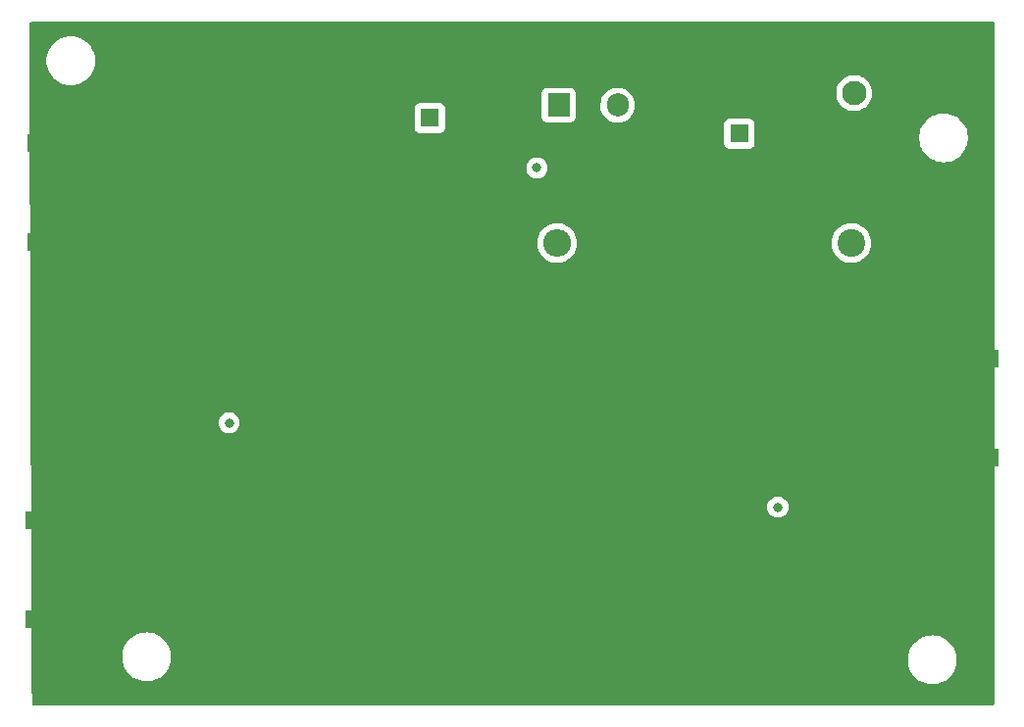
<source format=gbl>
%TF.GenerationSoftware,KiCad,Pcbnew,(6.0.1)*%
%TF.CreationDate,2022-02-10T13:06:39+00:00*%
%TF.ProjectId,TrackingGenerator,54726163-6b69-46e6-9747-656e65726174,rev?*%
%TF.SameCoordinates,Original*%
%TF.FileFunction,Copper,L4,Bot*%
%TF.FilePolarity,Positive*%
%FSLAX46Y46*%
G04 Gerber Fmt 4.6, Leading zero omitted, Abs format (unit mm)*
G04 Created by KiCad (PCBNEW (6.0.1)) date 2022-02-10 13:06:39*
%MOMM*%
%LPD*%
G01*
G04 APERTURE LIST*
%TA.AperFunction,ComponentPad*%
%ADD10R,1.905000X2.000000*%
%TD*%
%TA.AperFunction,ComponentPad*%
%ADD11O,1.905000X2.000000*%
%TD*%
%TA.AperFunction,SMDPad,CuDef*%
%ADD12R,5.080000X1.500000*%
%TD*%
%TA.AperFunction,ComponentPad*%
%ADD13R,1.600000X1.600000*%
%TD*%
%TA.AperFunction,ComponentPad*%
%ADD14C,1.600000*%
%TD*%
%TA.AperFunction,ComponentPad*%
%ADD15C,2.400000*%
%TD*%
%TA.AperFunction,ComponentPad*%
%ADD16O,2.400000X2.400000*%
%TD*%
%TA.AperFunction,ComponentPad*%
%ADD17R,2.100000X2.100000*%
%TD*%
%TA.AperFunction,ComponentPad*%
%ADD18C,2.100000*%
%TD*%
%TA.AperFunction,ViaPad*%
%ADD19C,0.800000*%
%TD*%
G04 APERTURE END LIST*
D10*
%TO.P,U1,1,IN*%
%TO.N,Net-(C22-Pad1)*%
X116484400Y-85171400D03*
D11*
%TO.P,U1,2,GND*%
%TO.N,GNDPWR*%
X119024400Y-85171400D03*
%TO.P,U1,3,OUT*%
%TO.N,+5V*%
X121564400Y-85171400D03*
%TD*%
D12*
%TO.P,J4,2,Ext*%
%TO.N,GNDPWR*%
X151937500Y-107100000D03*
X151937500Y-115600000D03*
%TD*%
%TO.P,J1,2,Ext*%
%TO.N,GNDPWR*%
X73202800Y-96960000D03*
X73202800Y-88460000D03*
%TD*%
D13*
%TO.P,C28,1*%
%TO.N,+5V*%
X105359200Y-86272380D03*
D14*
%TO.P,C28,2*%
%TO.N,GNDPWR*%
X105359200Y-83772380D03*
%TD*%
D13*
%TO.P,C22,1*%
%TO.N,Net-(C22-Pad1)*%
X132080000Y-87630000D03*
D14*
%TO.P,C22,2*%
%TO.N,GNDPWR*%
X132080000Y-90130000D03*
%TD*%
D15*
%TO.P,R13,1*%
%TO.N,+12V*%
X141732000Y-97078800D03*
D16*
%TO.P,R13,2*%
%TO.N,Net-(C22-Pad1)*%
X116332000Y-97078800D03*
%TD*%
D12*
%TO.P,J2,2,Ext*%
%TO.N,GNDPWR*%
X73028100Y-121073600D03*
X73028100Y-129573600D03*
%TD*%
D17*
%TO.P,J3,1,Pin_1*%
%TO.N,GNDPWR*%
X139446000Y-84124800D03*
D18*
%TO.P,J3,2,Pin_2*%
%TO.N,+12V*%
X141986000Y-84124800D03*
%TD*%
D19*
%TO.N,GNDPWR*%
X105943400Y-95351600D03*
X91643200Y-121056400D03*
X87249000Y-108254800D03*
X153100000Y-105000000D03*
X141247800Y-116063300D03*
X135997800Y-107813300D03*
X99314000Y-122377200D03*
X90424000Y-109778800D03*
X100050600Y-99263200D03*
X102565200Y-93395800D03*
X153350000Y-117550000D03*
X147197800Y-114163300D03*
X97510600Y-109423200D03*
X74676000Y-131318000D03*
X102336600Y-121285000D03*
X100050600Y-109423200D03*
X139947800Y-107663300D03*
X95275400Y-121335800D03*
X88823800Y-106807000D03*
X95148400Y-96418400D03*
X91592400Y-119481600D03*
X71729600Y-86207600D03*
X81991200Y-86715600D03*
X94488000Y-85852000D03*
X144297800Y-109513300D03*
X134497800Y-106663300D03*
X94970600Y-114503200D03*
X107670600Y-104343200D03*
X108737400Y-95300800D03*
X106400600Y-106883200D03*
X92405200Y-125171200D03*
X83515200Y-123545600D03*
X90830400Y-84226400D03*
X97510600Y-104343200D03*
X112903000Y-110185200D03*
X108940600Y-117043200D03*
X97510600Y-114503200D03*
X95250000Y-86664800D03*
X87579200Y-83566000D03*
X95275400Y-120218200D03*
X133947800Y-116263300D03*
X94970600Y-109423200D03*
X96240600Y-117043200D03*
X103860600Y-106883200D03*
X87299800Y-109778800D03*
X105130600Y-99263200D03*
X78536800Y-123545600D03*
X108661200Y-121107200D03*
X134047800Y-119963300D03*
X84785200Y-83464400D03*
X87249000Y-106857800D03*
X138797800Y-119963300D03*
X91643200Y-116890800D03*
X108940600Y-101803200D03*
X84632800Y-80670400D03*
X85242400Y-126949200D03*
X93421200Y-122377200D03*
X102590600Y-99263200D03*
X81889600Y-123545600D03*
X131547800Y-117513300D03*
X108661200Y-120091200D03*
X103860600Y-101803200D03*
X111734600Y-116408200D03*
X83515200Y-126949200D03*
X101320600Y-111963200D03*
X98780600Y-101803200D03*
X111302800Y-107365800D03*
X91236800Y-115468400D03*
X95148400Y-95300800D03*
X148350000Y-112800000D03*
X106400600Y-117043200D03*
X86969600Y-126390400D03*
X87020400Y-90119200D03*
X77063600Y-96469200D03*
X119747800Y-110763300D03*
X131447800Y-119963300D03*
X94970600Y-99288600D03*
X135647800Y-112263300D03*
X71628000Y-90017600D03*
X84632800Y-118668800D03*
X96875600Y-85191600D03*
X96240600Y-111963200D03*
X106400600Y-101803200D03*
X132647800Y-114813300D03*
X96917949Y-91523640D03*
X91643200Y-118211600D03*
X101752400Y-90043000D03*
X84785200Y-90932000D03*
X78536800Y-90932000D03*
X101320600Y-101803200D03*
X86918800Y-93675200D03*
X101320600Y-106883200D03*
X86309200Y-121615200D03*
X84734400Y-82092800D03*
X76962000Y-128371600D03*
X89255600Y-93675200D03*
X102565200Y-125069600D03*
X90576400Y-125323600D03*
X141147800Y-117663300D03*
X111175800Y-102209600D03*
X106019600Y-121183400D03*
X124409200Y-107340400D03*
X97993200Y-120218200D03*
X80162400Y-126898400D03*
X76708000Y-120142000D03*
X97510600Y-99263200D03*
X92608400Y-81737200D03*
X99949000Y-96088200D03*
X129397800Y-112163300D03*
X100050600Y-114503200D03*
X84937600Y-114503200D03*
X133047800Y-110363300D03*
X98501200Y-85191600D03*
X97967800Y-121386600D03*
X77165200Y-87782400D03*
X107670600Y-114503200D03*
X111252000Y-104876600D03*
X74828400Y-98856800D03*
X83261200Y-83159600D03*
X85953600Y-90932000D03*
X98374200Y-90017600D03*
X150350000Y-105000000D03*
X95980124Y-84201393D03*
X126263400Y-107391200D03*
X140697800Y-119913300D03*
X88849200Y-109804200D03*
X122656600Y-112141000D03*
X74422000Y-90119200D03*
X102641400Y-123571000D03*
X148400000Y-109950000D03*
X110693200Y-116433600D03*
X102489000Y-91541600D03*
X136247800Y-113513300D03*
X103860600Y-111963200D03*
X111277400Y-114122200D03*
X74574400Y-122936000D03*
X105130600Y-109423200D03*
X85496400Y-94538800D03*
X111912400Y-100076000D03*
X105130600Y-114503200D03*
X98780600Y-106883200D03*
X137897800Y-107663300D03*
X131297800Y-105863300D03*
X122656600Y-107315000D03*
X81889600Y-84683600D03*
X93421200Y-84836000D03*
X93548200Y-106807000D03*
X101320600Y-117043200D03*
X87528400Y-86410800D03*
X91846400Y-94843600D03*
X71932800Y-118516400D03*
X111252000Y-109397800D03*
X96240600Y-106883200D03*
X96266000Y-83058000D03*
X110718600Y-100076000D03*
X94945200Y-91490800D03*
X83464400Y-90932000D03*
X81889600Y-128270000D03*
X127697800Y-110663300D03*
X114960400Y-106578400D03*
X103860600Y-117043200D03*
X98094800Y-95326200D03*
X89103200Y-126441200D03*
X87528400Y-80873600D03*
X96418400Y-122377200D03*
X74574400Y-127508000D03*
X107670600Y-99263200D03*
X90424000Y-106807000D03*
X141847800Y-114113300D03*
X127647800Y-107413300D03*
X98780600Y-117043200D03*
X87528400Y-82092800D03*
X78435200Y-95910400D03*
X89611200Y-113385600D03*
X104013000Y-96037400D03*
X97739200Y-125120400D03*
X91998800Y-106781600D03*
X90017600Y-114808000D03*
X136747800Y-119963300D03*
X71932800Y-95148400D03*
X86156800Y-87884000D03*
X96240600Y-101803200D03*
X77216000Y-89408000D03*
X131347800Y-110413300D03*
X86055200Y-79603600D03*
X92608400Y-89763600D03*
X105943400Y-96469200D03*
X96824800Y-87274400D03*
X80264000Y-94538800D03*
X116408200Y-106934000D03*
X117947800Y-110763300D03*
X93497400Y-109753400D03*
X112877600Y-106629200D03*
X146481800Y-109575600D03*
X106400600Y-111963200D03*
X83718400Y-94538800D03*
X115062000Y-110134400D03*
X148350000Y-107700000D03*
X96367600Y-125120400D03*
X74422000Y-95148400D03*
X111226600Y-111607600D03*
X116179600Y-110566200D03*
X111861600Y-98450400D03*
X84785200Y-86360000D03*
X153300000Y-114050000D03*
X90881200Y-86868000D03*
X129297800Y-107613300D03*
X86156800Y-113284000D03*
X91897200Y-93268800D03*
X110769400Y-118389400D03*
X72085200Y-98806000D03*
X78536800Y-126949200D03*
X81940400Y-90932000D03*
X78587600Y-94538800D03*
X80314800Y-90932000D03*
X98602800Y-87477600D03*
X76911200Y-123545600D03*
X71780400Y-127609600D03*
X102590600Y-109423200D03*
X87680800Y-121615200D03*
X86715600Y-123037600D03*
X102590600Y-114503200D03*
X83515200Y-87934800D03*
X102184200Y-95478600D03*
X93980000Y-90170000D03*
X141647800Y-109513300D03*
X90728800Y-82042000D03*
X100634800Y-127000000D03*
X108940600Y-111963200D03*
X90881200Y-88341200D03*
X76860400Y-130302000D03*
X144447800Y-112463300D03*
X150150000Y-114050000D03*
X98780600Y-111963200D03*
X90982800Y-89712800D03*
X148300000Y-105750000D03*
X153250000Y-108750000D03*
X77165200Y-98094800D03*
X72085200Y-122885200D03*
X72034400Y-131419600D03*
X94894400Y-122377200D03*
X148400000Y-117300000D03*
X92252800Y-84226400D03*
X106019600Y-120142000D03*
X99212400Y-126949200D03*
X94742000Y-81686400D03*
X100050600Y-104343200D03*
X119647800Y-107613300D03*
X124409200Y-112113300D03*
X108762800Y-96494600D03*
X90881200Y-85598000D03*
X91795600Y-122377200D03*
X150350000Y-108750000D03*
X74422000Y-118516400D03*
X150150000Y-117450000D03*
X117947800Y-107613300D03*
X111810800Y-118364000D03*
X90830400Y-92710000D03*
X110718600Y-98475800D03*
X94132400Y-127203200D03*
X94970600Y-104343200D03*
X100050600Y-89992200D03*
X82092800Y-95859600D03*
X88950800Y-81635600D03*
X105130600Y-104343200D03*
X132997800Y-105863300D03*
X91973400Y-109728000D03*
X98069400Y-96443800D03*
X139397800Y-113113300D03*
X74117200Y-86309200D03*
X84582000Y-116230400D03*
X136447800Y-115313300D03*
X84937600Y-120396000D03*
X126136400Y-110693200D03*
X107670600Y-109423200D03*
X102590600Y-104343200D03*
X102057200Y-126644400D03*
X148350000Y-115150000D03*
X85293200Y-123545600D03*
X97840800Y-122377200D03*
X80264000Y-123545600D03*
X132247800Y-112863300D03*
X108940600Y-106883200D03*
X76758800Y-121869200D03*
%TO.N,+5V*%
X135397800Y-119913300D03*
X88036400Y-112623600D03*
X114600000Y-90600000D03*
%TD*%
%TA.AperFunction,Conductor*%
%TO.N,GNDPWR*%
G36*
X154069212Y-77998002D02*
G01*
X154115705Y-78051658D01*
X154127091Y-78104108D01*
X154076508Y-136881708D01*
X154056447Y-136949812D01*
X154002752Y-136996259D01*
X153950508Y-137007600D01*
X71143858Y-137007600D01*
X71075737Y-136987598D01*
X71029244Y-136933942D01*
X71017859Y-136882143D01*
X71010553Y-135187091D01*
X71001017Y-132974703D01*
X78815143Y-132974703D01*
X78852668Y-133259734D01*
X78928529Y-133537036D01*
X79041323Y-133801476D01*
X79188961Y-134048161D01*
X79368713Y-134272528D01*
X79577251Y-134470423D01*
X79810717Y-134638186D01*
X79814512Y-134640195D01*
X79814513Y-134640196D01*
X79836269Y-134651715D01*
X80064792Y-134772712D01*
X80334773Y-134871511D01*
X80615664Y-134932755D01*
X80644241Y-134935004D01*
X80838682Y-134950307D01*
X80838691Y-134950307D01*
X80841139Y-134950500D01*
X80996671Y-134950500D01*
X80998807Y-134950354D01*
X80998818Y-134950354D01*
X81206948Y-134936165D01*
X81206954Y-134936164D01*
X81211225Y-134935873D01*
X81215420Y-134935004D01*
X81215422Y-134935004D01*
X81366342Y-134903750D01*
X81492742Y-134877574D01*
X81763743Y-134781607D01*
X82019212Y-134649750D01*
X82022713Y-134647289D01*
X82022717Y-134647287D01*
X82199294Y-134523186D01*
X82254423Y-134484441D01*
X82332803Y-134411606D01*
X82461879Y-134291661D01*
X82461881Y-134291658D01*
X82465022Y-134288740D01*
X82647113Y-134066268D01*
X82797327Y-133821142D01*
X82812360Y-133786897D01*
X82911157Y-133561830D01*
X82912883Y-133557898D01*
X82925464Y-133513734D01*
X82990468Y-133285534D01*
X82991644Y-133281406D01*
X82999145Y-133228703D01*
X146633143Y-133228703D01*
X146633702Y-133232947D01*
X146633702Y-133232951D01*
X146639522Y-133277159D01*
X146670668Y-133513734D01*
X146671801Y-133517874D01*
X146671801Y-133517876D01*
X146692815Y-133594689D01*
X146746529Y-133791036D01*
X146859323Y-134055476D01*
X146871093Y-134075142D01*
X146998929Y-134288740D01*
X147006961Y-134302161D01*
X147186713Y-134526528D01*
X147395251Y-134724423D01*
X147628717Y-134892186D01*
X147632512Y-134894195D01*
X147632513Y-134894196D01*
X147654269Y-134905715D01*
X147882792Y-135026712D01*
X148152773Y-135125511D01*
X148433664Y-135186755D01*
X148462241Y-135189004D01*
X148656682Y-135204307D01*
X148656691Y-135204307D01*
X148659139Y-135204500D01*
X148814671Y-135204500D01*
X148816807Y-135204354D01*
X148816818Y-135204354D01*
X149024948Y-135190165D01*
X149024954Y-135190164D01*
X149029225Y-135189873D01*
X149033420Y-135189004D01*
X149033422Y-135189004D01*
X149169983Y-135160724D01*
X149310742Y-135131574D01*
X149581743Y-135035607D01*
X149837212Y-134903750D01*
X149840713Y-134901289D01*
X149840717Y-134901287D01*
X150013801Y-134779641D01*
X150072423Y-134738441D01*
X150283022Y-134542740D01*
X150465113Y-134320268D01*
X150615327Y-134075142D01*
X150619223Y-134066268D01*
X150729157Y-133815830D01*
X150730883Y-133811898D01*
X150809644Y-133535406D01*
X150839915Y-133322704D01*
X150849546Y-133255036D01*
X150849546Y-133255034D01*
X150850151Y-133250784D01*
X150850245Y-133232951D01*
X150851635Y-132967583D01*
X150851635Y-132967576D01*
X150851657Y-132963297D01*
X150814132Y-132678266D01*
X150738271Y-132400964D01*
X150625477Y-132136524D01*
X150477839Y-131889839D01*
X150298087Y-131665472D01*
X150089549Y-131467577D01*
X149856083Y-131299814D01*
X149834243Y-131288250D01*
X149698781Y-131216527D01*
X149602008Y-131165288D01*
X149332027Y-131066489D01*
X149051136Y-131005245D01*
X149020085Y-131002801D01*
X148828118Y-130987693D01*
X148828109Y-130987693D01*
X148825661Y-130987500D01*
X148670129Y-130987500D01*
X148667993Y-130987646D01*
X148667982Y-130987646D01*
X148459852Y-131001835D01*
X148459846Y-131001836D01*
X148455575Y-131002127D01*
X148451380Y-131002996D01*
X148451378Y-131002996D01*
X148314816Y-131031277D01*
X148174058Y-131060426D01*
X147903057Y-131156393D01*
X147647588Y-131288250D01*
X147644087Y-131290711D01*
X147644083Y-131290713D01*
X147633994Y-131297804D01*
X147412377Y-131453559D01*
X147397292Y-131467577D01*
X147216221Y-131635839D01*
X147201778Y-131649260D01*
X147019687Y-131871732D01*
X146869473Y-132116858D01*
X146867747Y-132120791D01*
X146867746Y-132120792D01*
X146755643Y-132376170D01*
X146753917Y-132380102D01*
X146752742Y-132384229D01*
X146752741Y-132384230D01*
X146740124Y-132428522D01*
X146675156Y-132656594D01*
X146634649Y-132941216D01*
X146634627Y-132945505D01*
X146634626Y-132945512D01*
X146633165Y-133224417D01*
X146633143Y-133228703D01*
X82999145Y-133228703D01*
X83032151Y-132996784D01*
X83032245Y-132978951D01*
X83033635Y-132713583D01*
X83033635Y-132713576D01*
X83033657Y-132709297D01*
X83029027Y-132674124D01*
X82996692Y-132428522D01*
X82996132Y-132424266D01*
X82982975Y-132376170D01*
X82921403Y-132151103D01*
X82920271Y-132146964D01*
X82807477Y-131882524D01*
X82677574Y-131665472D01*
X82662043Y-131639521D01*
X82662040Y-131639517D01*
X82659839Y-131635839D01*
X82480087Y-131411472D01*
X82271549Y-131213577D01*
X82038083Y-131045814D01*
X82016243Y-131034250D01*
X81963186Y-131006158D01*
X81784008Y-130911288D01*
X81514027Y-130812489D01*
X81233136Y-130751245D01*
X81202085Y-130748801D01*
X81010118Y-130733693D01*
X81010109Y-130733693D01*
X81007661Y-130733500D01*
X80852129Y-130733500D01*
X80849993Y-130733646D01*
X80849982Y-130733646D01*
X80641852Y-130747835D01*
X80641846Y-130747836D01*
X80637575Y-130748127D01*
X80633380Y-130748996D01*
X80633378Y-130748996D01*
X80496817Y-130777276D01*
X80356058Y-130806426D01*
X80085057Y-130902393D01*
X79829588Y-131034250D01*
X79826087Y-131036711D01*
X79826083Y-131036713D01*
X79781618Y-131067964D01*
X79594377Y-131199559D01*
X79383778Y-131395260D01*
X79201687Y-131617732D01*
X79051473Y-131862858D01*
X79049747Y-131866791D01*
X79049746Y-131866792D01*
X79045974Y-131875386D01*
X78935917Y-132126102D01*
X78857156Y-132402594D01*
X78854072Y-132424266D01*
X78821595Y-132652466D01*
X78816649Y-132687216D01*
X78816627Y-132691505D01*
X78816626Y-132691512D01*
X78815180Y-132967583D01*
X78815143Y-132974703D01*
X71001017Y-132974703D01*
X70944718Y-119913300D01*
X134484296Y-119913300D01*
X134504258Y-120103228D01*
X134563273Y-120284856D01*
X134658760Y-120450244D01*
X134786547Y-120592166D01*
X134941048Y-120704418D01*
X134947076Y-120707102D01*
X134947078Y-120707103D01*
X135109481Y-120779409D01*
X135115512Y-120782094D01*
X135208913Y-120801947D01*
X135295856Y-120820428D01*
X135295861Y-120820428D01*
X135302313Y-120821800D01*
X135493287Y-120821800D01*
X135499739Y-120820428D01*
X135499744Y-120820428D01*
X135586687Y-120801947D01*
X135680088Y-120782094D01*
X135686119Y-120779409D01*
X135848522Y-120707103D01*
X135848524Y-120707102D01*
X135854552Y-120704418D01*
X136009053Y-120592166D01*
X136136840Y-120450244D01*
X136232327Y-120284856D01*
X136291342Y-120103228D01*
X136311304Y-119913300D01*
X136291342Y-119723372D01*
X136232327Y-119541744D01*
X136136840Y-119376356D01*
X136009053Y-119234434D01*
X135854552Y-119122182D01*
X135848524Y-119119498D01*
X135848522Y-119119497D01*
X135686119Y-119047191D01*
X135686118Y-119047191D01*
X135680088Y-119044506D01*
X135586688Y-119024653D01*
X135499744Y-119006172D01*
X135499739Y-119006172D01*
X135493287Y-119004800D01*
X135302313Y-119004800D01*
X135295861Y-119006172D01*
X135295856Y-119006172D01*
X135208912Y-119024653D01*
X135115512Y-119044506D01*
X135109482Y-119047191D01*
X135109481Y-119047191D01*
X134947078Y-119119497D01*
X134947076Y-119119498D01*
X134941048Y-119122182D01*
X134786547Y-119234434D01*
X134658760Y-119376356D01*
X134563273Y-119541744D01*
X134504258Y-119723372D01*
X134484296Y-119913300D01*
X70944718Y-119913300D01*
X70913297Y-112623600D01*
X87122896Y-112623600D01*
X87142858Y-112813528D01*
X87201873Y-112995156D01*
X87297360Y-113160544D01*
X87425147Y-113302466D01*
X87579648Y-113414718D01*
X87585676Y-113417402D01*
X87585678Y-113417403D01*
X87748081Y-113489709D01*
X87754112Y-113492394D01*
X87847512Y-113512247D01*
X87934456Y-113530728D01*
X87934461Y-113530728D01*
X87940913Y-113532100D01*
X88131887Y-113532100D01*
X88138339Y-113530728D01*
X88138344Y-113530728D01*
X88225287Y-113512247D01*
X88318688Y-113492394D01*
X88324719Y-113489709D01*
X88487122Y-113417403D01*
X88487124Y-113417402D01*
X88493152Y-113414718D01*
X88647653Y-113302466D01*
X88775440Y-113160544D01*
X88870927Y-112995156D01*
X88929942Y-112813528D01*
X88949904Y-112623600D01*
X88929942Y-112433672D01*
X88870927Y-112252044D01*
X88775440Y-112086656D01*
X88647653Y-111944734D01*
X88493152Y-111832482D01*
X88487124Y-111829798D01*
X88487122Y-111829797D01*
X88324719Y-111757491D01*
X88324718Y-111757491D01*
X88318688Y-111754806D01*
X88225288Y-111734953D01*
X88138344Y-111716472D01*
X88138339Y-111716472D01*
X88131887Y-111715100D01*
X87940913Y-111715100D01*
X87934461Y-111716472D01*
X87934456Y-111716472D01*
X87847512Y-111734953D01*
X87754112Y-111754806D01*
X87748082Y-111757491D01*
X87748081Y-111757491D01*
X87585678Y-111829797D01*
X87585676Y-111829798D01*
X87579648Y-111832482D01*
X87425147Y-111944734D01*
X87297360Y-112086656D01*
X87201873Y-112252044D01*
X87142858Y-112433672D01*
X87122896Y-112623600D01*
X70913297Y-112623600D01*
X70846100Y-97033951D01*
X114619296Y-97033951D01*
X114631480Y-97287598D01*
X114681021Y-97536657D01*
X114682600Y-97541055D01*
X114682602Y-97541062D01*
X114727022Y-97664780D01*
X114766831Y-97775658D01*
X114887025Y-97999351D01*
X114889820Y-98003094D01*
X114889822Y-98003097D01*
X115036171Y-98199082D01*
X115036176Y-98199088D01*
X115038963Y-98202820D01*
X115042272Y-98206100D01*
X115042277Y-98206106D01*
X115140859Y-98303831D01*
X115219307Y-98381597D01*
X115223069Y-98384355D01*
X115223072Y-98384358D01*
X115328764Y-98461854D01*
X115424094Y-98531753D01*
X115428229Y-98533929D01*
X115428233Y-98533931D01*
X115546289Y-98596043D01*
X115648827Y-98649991D01*
X115888568Y-98733712D01*
X116138050Y-98781078D01*
X116258532Y-98785811D01*
X116387125Y-98790864D01*
X116387130Y-98790864D01*
X116391793Y-98791047D01*
X116490774Y-98780207D01*
X116639569Y-98763912D01*
X116639575Y-98763911D01*
X116644222Y-98763402D01*
X116753680Y-98734584D01*
X116885273Y-98699938D01*
X116889793Y-98698748D01*
X117008353Y-98647811D01*
X117118807Y-98600357D01*
X117118810Y-98600355D01*
X117123110Y-98598508D01*
X117127090Y-98596045D01*
X117127094Y-98596043D01*
X117335064Y-98467347D01*
X117335066Y-98467345D01*
X117339047Y-98464882D01*
X117437428Y-98381597D01*
X117529289Y-98303831D01*
X117529291Y-98303829D01*
X117532862Y-98300806D01*
X117700295Y-98109884D01*
X117837669Y-97896312D01*
X117941967Y-97664780D01*
X118010896Y-97420375D01*
X118042943Y-97168467D01*
X118045291Y-97078800D01*
X118041958Y-97033951D01*
X140019296Y-97033951D01*
X140031480Y-97287598D01*
X140081021Y-97536657D01*
X140082600Y-97541055D01*
X140082602Y-97541062D01*
X140127022Y-97664780D01*
X140166831Y-97775658D01*
X140287025Y-97999351D01*
X140289820Y-98003094D01*
X140289822Y-98003097D01*
X140436171Y-98199082D01*
X140436176Y-98199088D01*
X140438963Y-98202820D01*
X140442272Y-98206100D01*
X140442277Y-98206106D01*
X140540859Y-98303831D01*
X140619307Y-98381597D01*
X140623069Y-98384355D01*
X140623072Y-98384358D01*
X140728764Y-98461854D01*
X140824094Y-98531753D01*
X140828229Y-98533929D01*
X140828233Y-98533931D01*
X140946289Y-98596043D01*
X141048827Y-98649991D01*
X141288568Y-98733712D01*
X141538050Y-98781078D01*
X141658532Y-98785811D01*
X141787125Y-98790864D01*
X141787130Y-98790864D01*
X141791793Y-98791047D01*
X141890774Y-98780207D01*
X142039569Y-98763912D01*
X142039575Y-98763911D01*
X142044222Y-98763402D01*
X142153680Y-98734584D01*
X142285273Y-98699938D01*
X142289793Y-98698748D01*
X142408353Y-98647811D01*
X142518807Y-98600357D01*
X142518810Y-98600355D01*
X142523110Y-98598508D01*
X142527090Y-98596045D01*
X142527094Y-98596043D01*
X142735064Y-98467347D01*
X142735066Y-98467345D01*
X142739047Y-98464882D01*
X142837428Y-98381597D01*
X142929289Y-98303831D01*
X142929291Y-98303829D01*
X142932862Y-98300806D01*
X143100295Y-98109884D01*
X143237669Y-97896312D01*
X143341967Y-97664780D01*
X143410896Y-97420375D01*
X143442943Y-97168467D01*
X143445291Y-97078800D01*
X143426472Y-96825559D01*
X143370428Y-96577882D01*
X143278391Y-96341209D01*
X143257866Y-96305298D01*
X143154702Y-96124797D01*
X143154700Y-96124795D01*
X143152383Y-96120740D01*
X142995171Y-95921317D01*
X142810209Y-95747323D01*
X142766483Y-95716989D01*
X142605393Y-95605237D01*
X142605390Y-95605235D01*
X142601561Y-95602579D01*
X142597384Y-95600519D01*
X142597377Y-95600515D01*
X142377996Y-95492328D01*
X142377992Y-95492327D01*
X142373810Y-95490264D01*
X142131960Y-95412847D01*
X142127355Y-95412097D01*
X141885935Y-95372780D01*
X141885934Y-95372780D01*
X141881323Y-95372029D01*
X141754365Y-95370367D01*
X141632083Y-95368766D01*
X141632080Y-95368766D01*
X141627406Y-95368705D01*
X141375787Y-95402949D01*
X141131993Y-95474008D01*
X140901380Y-95580322D01*
X140897471Y-95582885D01*
X140692928Y-95716989D01*
X140692923Y-95716993D01*
X140689015Y-95719555D01*
X140499562Y-95888648D01*
X140337183Y-96083887D01*
X140205447Y-96300982D01*
X140107246Y-96535165D01*
X140044738Y-96781290D01*
X140019296Y-97033951D01*
X118041958Y-97033951D01*
X118026472Y-96825559D01*
X117970428Y-96577882D01*
X117878391Y-96341209D01*
X117857866Y-96305298D01*
X117754702Y-96124797D01*
X117754700Y-96124795D01*
X117752383Y-96120740D01*
X117595171Y-95921317D01*
X117410209Y-95747323D01*
X117366483Y-95716989D01*
X117205393Y-95605237D01*
X117205390Y-95605235D01*
X117201561Y-95602579D01*
X117197384Y-95600519D01*
X117197377Y-95600515D01*
X116977996Y-95492328D01*
X116977992Y-95492327D01*
X116973810Y-95490264D01*
X116731960Y-95412847D01*
X116727355Y-95412097D01*
X116485935Y-95372780D01*
X116485934Y-95372780D01*
X116481323Y-95372029D01*
X116354365Y-95370367D01*
X116232083Y-95368766D01*
X116232080Y-95368766D01*
X116227406Y-95368705D01*
X115975787Y-95402949D01*
X115731993Y-95474008D01*
X115501380Y-95580322D01*
X115497471Y-95582885D01*
X115292928Y-95716989D01*
X115292923Y-95716993D01*
X115289015Y-95719555D01*
X115099562Y-95888648D01*
X114937183Y-96083887D01*
X114805447Y-96300982D01*
X114707246Y-96535165D01*
X114644738Y-96781290D01*
X114619296Y-97033951D01*
X70846100Y-97033951D01*
X70818368Y-90600000D01*
X113686496Y-90600000D01*
X113706458Y-90789928D01*
X113765473Y-90971556D01*
X113860960Y-91136944D01*
X113988747Y-91278866D01*
X114143248Y-91391118D01*
X114149276Y-91393802D01*
X114149278Y-91393803D01*
X114311681Y-91466109D01*
X114317712Y-91468794D01*
X114411113Y-91488647D01*
X114498056Y-91507128D01*
X114498061Y-91507128D01*
X114504513Y-91508500D01*
X114695487Y-91508500D01*
X114701939Y-91507128D01*
X114701944Y-91507128D01*
X114788888Y-91488647D01*
X114882288Y-91468794D01*
X114888319Y-91466109D01*
X115050722Y-91393803D01*
X115050724Y-91393802D01*
X115056752Y-91391118D01*
X115211253Y-91278866D01*
X115339040Y-91136944D01*
X115434527Y-90971556D01*
X115493542Y-90789928D01*
X115513504Y-90600000D01*
X115493542Y-90410072D01*
X115434527Y-90228444D01*
X115339040Y-90063056D01*
X115211253Y-89921134D01*
X115056752Y-89808882D01*
X115050724Y-89806198D01*
X115050722Y-89806197D01*
X114888319Y-89733891D01*
X114888318Y-89733891D01*
X114882288Y-89731206D01*
X114788888Y-89711353D01*
X114701944Y-89692872D01*
X114701939Y-89692872D01*
X114695487Y-89691500D01*
X114504513Y-89691500D01*
X114498061Y-89692872D01*
X114498056Y-89692872D01*
X114411112Y-89711353D01*
X114317712Y-89731206D01*
X114311682Y-89733891D01*
X114311681Y-89733891D01*
X114149278Y-89806197D01*
X114149276Y-89806198D01*
X114143248Y-89808882D01*
X113988747Y-89921134D01*
X113860960Y-90063056D01*
X113765473Y-90228444D01*
X113706458Y-90410072D01*
X113686496Y-90600000D01*
X70818368Y-90600000D01*
X70809222Y-88478134D01*
X130771500Y-88478134D01*
X130778255Y-88540316D01*
X130829385Y-88676705D01*
X130916739Y-88793261D01*
X131033295Y-88880615D01*
X131169684Y-88931745D01*
X131231866Y-88938500D01*
X132928134Y-88938500D01*
X132990316Y-88931745D01*
X133126705Y-88880615D01*
X133243261Y-88793261D01*
X133330615Y-88676705D01*
X133381745Y-88540316D01*
X133388500Y-88478134D01*
X133388500Y-88118303D01*
X147598343Y-88118303D01*
X147635868Y-88403334D01*
X147711729Y-88680636D01*
X147713413Y-88684584D01*
X147821561Y-88938131D01*
X147824523Y-88945076D01*
X147972161Y-89191761D01*
X148151913Y-89416128D01*
X148360451Y-89614023D01*
X148593917Y-89781786D01*
X148597712Y-89783795D01*
X148597713Y-89783796D01*
X148619469Y-89795315D01*
X148847992Y-89916312D01*
X149117973Y-90015111D01*
X149398864Y-90076355D01*
X149427441Y-90078604D01*
X149621882Y-90093907D01*
X149621891Y-90093907D01*
X149624339Y-90094100D01*
X149779871Y-90094100D01*
X149782007Y-90093954D01*
X149782018Y-90093954D01*
X149990148Y-90079765D01*
X149990154Y-90079764D01*
X149994425Y-90079473D01*
X149998620Y-90078604D01*
X149998622Y-90078604D01*
X150135184Y-90050323D01*
X150275942Y-90021174D01*
X150546943Y-89925207D01*
X150802412Y-89793350D01*
X150805913Y-89790889D01*
X150805917Y-89790887D01*
X150947330Y-89691500D01*
X151037623Y-89628041D01*
X151248222Y-89432340D01*
X151430313Y-89209868D01*
X151580527Y-88964742D01*
X151592047Y-88938500D01*
X151694357Y-88705430D01*
X151696083Y-88701498D01*
X151701099Y-88683891D01*
X151773668Y-88429134D01*
X151774844Y-88425006D01*
X151815351Y-88140384D01*
X151815445Y-88122551D01*
X151816835Y-87857183D01*
X151816835Y-87857176D01*
X151816857Y-87852897D01*
X151779332Y-87567866D01*
X151703471Y-87290564D01*
X151590677Y-87026124D01*
X151443039Y-86779439D01*
X151263287Y-86555072D01*
X151083827Y-86384771D01*
X151057858Y-86360127D01*
X151057855Y-86360125D01*
X151054749Y-86357177D01*
X150821283Y-86189414D01*
X150799443Y-86177850D01*
X150737828Y-86145227D01*
X150567208Y-86054888D01*
X150297227Y-85956089D01*
X150016336Y-85894845D01*
X149985285Y-85892401D01*
X149793318Y-85877293D01*
X149793309Y-85877293D01*
X149790861Y-85877100D01*
X149635329Y-85877100D01*
X149633193Y-85877246D01*
X149633182Y-85877246D01*
X149425052Y-85891435D01*
X149425046Y-85891436D01*
X149420775Y-85891727D01*
X149416580Y-85892596D01*
X149416578Y-85892596D01*
X149280017Y-85920876D01*
X149139258Y-85950026D01*
X148868257Y-86045993D01*
X148864448Y-86047959D01*
X148737703Y-86113377D01*
X148612788Y-86177850D01*
X148609287Y-86180311D01*
X148609283Y-86180313D01*
X148548644Y-86222931D01*
X148377577Y-86343159D01*
X148362492Y-86357177D01*
X148171497Y-86534661D01*
X148166978Y-86538860D01*
X147984887Y-86761332D01*
X147834673Y-87006458D01*
X147719117Y-87269702D01*
X147640356Y-87546194D01*
X147599849Y-87830816D01*
X147599827Y-87835105D01*
X147599826Y-87835112D01*
X147598365Y-88114017D01*
X147598343Y-88118303D01*
X133388500Y-88118303D01*
X133388500Y-86781866D01*
X133381745Y-86719684D01*
X133330615Y-86583295D01*
X133243261Y-86466739D01*
X133126705Y-86379385D01*
X132990316Y-86328255D01*
X132928134Y-86321500D01*
X131231866Y-86321500D01*
X131169684Y-86328255D01*
X131033295Y-86379385D01*
X130916739Y-86466739D01*
X130829385Y-86583295D01*
X130778255Y-86719684D01*
X130771500Y-86781866D01*
X130771500Y-88478134D01*
X70809222Y-88478134D01*
X70803370Y-87120514D01*
X104050700Y-87120514D01*
X104057455Y-87182696D01*
X104108585Y-87319085D01*
X104195939Y-87435641D01*
X104312495Y-87522995D01*
X104448884Y-87574125D01*
X104511066Y-87580880D01*
X106207334Y-87580880D01*
X106269516Y-87574125D01*
X106405905Y-87522995D01*
X106522461Y-87435641D01*
X106609815Y-87319085D01*
X106660945Y-87182696D01*
X106667700Y-87120514D01*
X106667700Y-86219534D01*
X115023400Y-86219534D01*
X115030155Y-86281716D01*
X115081285Y-86418105D01*
X115168639Y-86534661D01*
X115285195Y-86622015D01*
X115421584Y-86673145D01*
X115483766Y-86679900D01*
X117485034Y-86679900D01*
X117547216Y-86673145D01*
X117683605Y-86622015D01*
X117800161Y-86534661D01*
X117887515Y-86418105D01*
X117938645Y-86281716D01*
X117945400Y-86219534D01*
X117945400Y-85279802D01*
X120103400Y-85279802D01*
X120103612Y-85282375D01*
X120103612Y-85282386D01*
X120105127Y-85300807D01*
X120118078Y-85458337D01*
X120176606Y-85691344D01*
X120232621Y-85820171D01*
X120263735Y-85891727D01*
X120272403Y-85911663D01*
X120402898Y-86113377D01*
X120564586Y-86291070D01*
X120615183Y-86331029D01*
X120749070Y-86436767D01*
X120749075Y-86436770D01*
X120753124Y-86439968D01*
X120757640Y-86442461D01*
X120757643Y-86442463D01*
X120958926Y-86553577D01*
X120958930Y-86553579D01*
X120963450Y-86556074D01*
X120968319Y-86557798D01*
X120968323Y-86557800D01*
X121185040Y-86634544D01*
X121185044Y-86634545D01*
X121189915Y-86636270D01*
X121195008Y-86637177D01*
X121195011Y-86637178D01*
X121421348Y-86677495D01*
X121421354Y-86677496D01*
X121426437Y-86678401D01*
X121513800Y-86679468D01*
X121661493Y-86681273D01*
X121661495Y-86681273D01*
X121666663Y-86681336D01*
X121904144Y-86644996D01*
X122016397Y-86608306D01*
X122127583Y-86571966D01*
X122127589Y-86571963D01*
X122132501Y-86570358D01*
X122137087Y-86567971D01*
X122137091Y-86567969D01*
X122341007Y-86461816D01*
X122345600Y-86459425D01*
X122456401Y-86376233D01*
X122533585Y-86318282D01*
X122533588Y-86318280D01*
X122537720Y-86315177D01*
X122668953Y-86177850D01*
X122700128Y-86145227D01*
X122703701Y-86141488D01*
X122839086Y-85943022D01*
X122853643Y-85911663D01*
X122938058Y-85729805D01*
X122938059Y-85729801D01*
X122940237Y-85725110D01*
X123004440Y-85493602D01*
X123015560Y-85389552D01*
X123025044Y-85300807D01*
X123025044Y-85300799D01*
X123025400Y-85297472D01*
X123025400Y-85062998D01*
X123024224Y-85048685D01*
X123011146Y-84889624D01*
X123010722Y-84884463D01*
X122952194Y-84651456D01*
X122856397Y-84431137D01*
X122725902Y-84229423D01*
X122630703Y-84124800D01*
X140422681Y-84124800D01*
X140441928Y-84369357D01*
X140443082Y-84374164D01*
X140443083Y-84374170D01*
X140456760Y-84431137D01*
X140499195Y-84607892D01*
X140593073Y-84834532D01*
X140721248Y-85043696D01*
X140724463Y-85047460D01*
X140724465Y-85047463D01*
X140739945Y-85065587D01*
X140880567Y-85230233D01*
X140884323Y-85233441D01*
X140955363Y-85294115D01*
X141067104Y-85389552D01*
X141071327Y-85392140D01*
X141071330Y-85392142D01*
X141118176Y-85420849D01*
X141276268Y-85517727D01*
X141420967Y-85577664D01*
X141498335Y-85609711D01*
X141498337Y-85609712D01*
X141502908Y-85611605D01*
X141585563Y-85631449D01*
X141736630Y-85667717D01*
X141736636Y-85667718D01*
X141741443Y-85668872D01*
X141986000Y-85688119D01*
X142230557Y-85668872D01*
X142235364Y-85667718D01*
X142235370Y-85667717D01*
X142386437Y-85631449D01*
X142469092Y-85611605D01*
X142473663Y-85609712D01*
X142473665Y-85609711D01*
X142551033Y-85577664D01*
X142695732Y-85517727D01*
X142853824Y-85420849D01*
X142900670Y-85392142D01*
X142900673Y-85392140D01*
X142904896Y-85389552D01*
X143016638Y-85294115D01*
X143087677Y-85233441D01*
X143091433Y-85230233D01*
X143232055Y-85065587D01*
X143247535Y-85047463D01*
X143247537Y-85047460D01*
X143250752Y-85043696D01*
X143378927Y-84834532D01*
X143472805Y-84607892D01*
X143515240Y-84431137D01*
X143528917Y-84374170D01*
X143528918Y-84374164D01*
X143530072Y-84369357D01*
X143549319Y-84124800D01*
X143530072Y-83880243D01*
X143512762Y-83808139D01*
X143479514Y-83669655D01*
X143472805Y-83641708D01*
X143378927Y-83415068D01*
X143290279Y-83270407D01*
X143253342Y-83210130D01*
X143253340Y-83210127D01*
X143250752Y-83205904D01*
X143091433Y-83019367D01*
X142904896Y-82860048D01*
X142900673Y-82857460D01*
X142900670Y-82857458D01*
X142764838Y-82774221D01*
X142695732Y-82731873D01*
X142551033Y-82671936D01*
X142473665Y-82639889D01*
X142473663Y-82639888D01*
X142469092Y-82637995D01*
X142386437Y-82618151D01*
X142235370Y-82581883D01*
X142235364Y-82581882D01*
X142230557Y-82580728D01*
X141986000Y-82561481D01*
X141741443Y-82580728D01*
X141736636Y-82581882D01*
X141736630Y-82581883D01*
X141585563Y-82618151D01*
X141502908Y-82637995D01*
X141498337Y-82639888D01*
X141498335Y-82639889D01*
X141420967Y-82671936D01*
X141276268Y-82731873D01*
X141207162Y-82774221D01*
X141071330Y-82857458D01*
X141071327Y-82857460D01*
X141067104Y-82860048D01*
X140880567Y-83019367D01*
X140721248Y-83205904D01*
X140718660Y-83210127D01*
X140718658Y-83210130D01*
X140681721Y-83270407D01*
X140593073Y-83415068D01*
X140499195Y-83641708D01*
X140492486Y-83669655D01*
X140459239Y-83808139D01*
X140441928Y-83880243D01*
X140422681Y-84124800D01*
X122630703Y-84124800D01*
X122564214Y-84051730D01*
X122414006Y-83933103D01*
X122379730Y-83906033D01*
X122379725Y-83906030D01*
X122375676Y-83902832D01*
X122371160Y-83900339D01*
X122371157Y-83900337D01*
X122169874Y-83789223D01*
X122169870Y-83789221D01*
X122165350Y-83786726D01*
X122160481Y-83785002D01*
X122160477Y-83785000D01*
X121943760Y-83708256D01*
X121943756Y-83708255D01*
X121938885Y-83706530D01*
X121933792Y-83705623D01*
X121933789Y-83705622D01*
X121707452Y-83665305D01*
X121707446Y-83665304D01*
X121702363Y-83664399D01*
X121609874Y-83663269D01*
X121467307Y-83661527D01*
X121467305Y-83661527D01*
X121462137Y-83661464D01*
X121224656Y-83697804D01*
X121112403Y-83734494D01*
X121001217Y-83770834D01*
X121001211Y-83770837D01*
X120996299Y-83772442D01*
X120991713Y-83774829D01*
X120991709Y-83774831D01*
X120798462Y-83875430D01*
X120783200Y-83883375D01*
X120591080Y-84027623D01*
X120425099Y-84201312D01*
X120289714Y-84399778D01*
X120287540Y-84404461D01*
X120287538Y-84404465D01*
X120193111Y-84607892D01*
X120188563Y-84617690D01*
X120124360Y-84849198D01*
X120123811Y-84854335D01*
X120105343Y-85027151D01*
X120103400Y-85045328D01*
X120103400Y-85279802D01*
X117945400Y-85279802D01*
X117945400Y-84123266D01*
X117938645Y-84061084D01*
X117887515Y-83924695D01*
X117800161Y-83808139D01*
X117683605Y-83720785D01*
X117547216Y-83669655D01*
X117485034Y-83662900D01*
X115483766Y-83662900D01*
X115421584Y-83669655D01*
X115285195Y-83720785D01*
X115168639Y-83808139D01*
X115081285Y-83924695D01*
X115030155Y-84061084D01*
X115023400Y-84123266D01*
X115023400Y-86219534D01*
X106667700Y-86219534D01*
X106667700Y-85424246D01*
X106660945Y-85362064D01*
X106609815Y-85225675D01*
X106522461Y-85109119D01*
X106405905Y-85021765D01*
X106269516Y-84970635D01*
X106207334Y-84963880D01*
X104511066Y-84963880D01*
X104448884Y-84970635D01*
X104312495Y-85021765D01*
X104195939Y-85109119D01*
X104108585Y-85225675D01*
X104057455Y-85362064D01*
X104050700Y-85424246D01*
X104050700Y-87120514D01*
X70803370Y-87120514D01*
X70778986Y-81463503D01*
X72261943Y-81463503D01*
X72299468Y-81748534D01*
X72375329Y-82025836D01*
X72488123Y-82290276D01*
X72635761Y-82536961D01*
X72815513Y-82761328D01*
X73024051Y-82959223D01*
X73257517Y-83126986D01*
X73261312Y-83128995D01*
X73261313Y-83128996D01*
X73283069Y-83140515D01*
X73511592Y-83261512D01*
X73781573Y-83360311D01*
X74062464Y-83421555D01*
X74091041Y-83423804D01*
X74285482Y-83439107D01*
X74285491Y-83439107D01*
X74287939Y-83439300D01*
X74443471Y-83439300D01*
X74445607Y-83439154D01*
X74445618Y-83439154D01*
X74653748Y-83424965D01*
X74653754Y-83424964D01*
X74658025Y-83424673D01*
X74662220Y-83423804D01*
X74662222Y-83423804D01*
X74798784Y-83395523D01*
X74939542Y-83366374D01*
X75210543Y-83270407D01*
X75466012Y-83138550D01*
X75469513Y-83136089D01*
X75469517Y-83136087D01*
X75640157Y-83016159D01*
X75701223Y-82973241D01*
X75911822Y-82777540D01*
X76093913Y-82555068D01*
X76244127Y-82309942D01*
X76359683Y-82046698D01*
X76438444Y-81770206D01*
X76478951Y-81485584D01*
X76479045Y-81467751D01*
X76480435Y-81202383D01*
X76480435Y-81202376D01*
X76480457Y-81198097D01*
X76442932Y-80913066D01*
X76367071Y-80635764D01*
X76254277Y-80371324D01*
X76106639Y-80124639D01*
X75926887Y-79900272D01*
X75718349Y-79702377D01*
X75484883Y-79534614D01*
X75463043Y-79523050D01*
X75439854Y-79510772D01*
X75230808Y-79400088D01*
X74960827Y-79301289D01*
X74679936Y-79240045D01*
X74648885Y-79237601D01*
X74456918Y-79222493D01*
X74456909Y-79222493D01*
X74454461Y-79222300D01*
X74298929Y-79222300D01*
X74296793Y-79222446D01*
X74296782Y-79222446D01*
X74088652Y-79236635D01*
X74088646Y-79236636D01*
X74084375Y-79236927D01*
X74080180Y-79237796D01*
X74080178Y-79237796D01*
X73943616Y-79266077D01*
X73802858Y-79295226D01*
X73531857Y-79391193D01*
X73276388Y-79523050D01*
X73272887Y-79525511D01*
X73272883Y-79525513D01*
X73262794Y-79532604D01*
X73041177Y-79688359D01*
X72830578Y-79884060D01*
X72648487Y-80106532D01*
X72498273Y-80351658D01*
X72382717Y-80614902D01*
X72303956Y-80891394D01*
X72263449Y-81176016D01*
X72263427Y-81180305D01*
X72263426Y-81180312D01*
X72261965Y-81459217D01*
X72261943Y-81463503D01*
X70778986Y-81463503D01*
X70764737Y-78157846D01*
X70784445Y-78089641D01*
X70834388Y-78044606D01*
X70940997Y-77991302D01*
X70997345Y-77978000D01*
X154001091Y-77978000D01*
X154069212Y-77998002D01*
G37*
%TD.AperFunction*%
%TD*%
M02*

</source>
